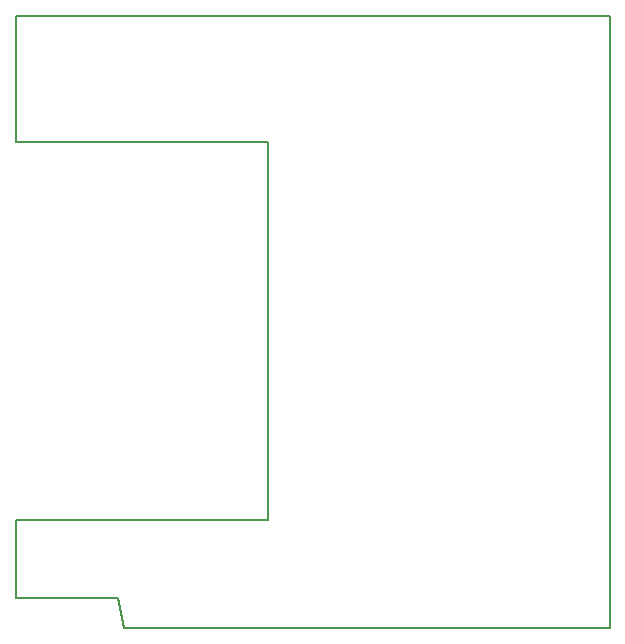
<source format=gm1>
G04 #@! TF.FileFunction,Profile,NP*
%FSLAX46Y46*%
G04 Gerber Fmt 4.6, Leading zero omitted, Abs format (unit mm)*
G04 Created by KiCad (PCBNEW 4.0.2-stable) date Saturday, September 10, 2016 'AMt' 11:06:01 AM*
%MOMM*%
G01*
G04 APERTURE LIST*
%ADD10C,0.100000*%
%ADD11C,0.150000*%
G04 APERTURE END LIST*
D10*
D11*
X121412000Y-78232000D02*
X121412000Y-88900000D01*
X171700000Y-78232000D02*
X121412000Y-78232000D01*
X171704000Y-130048000D02*
X171704000Y-78232000D01*
X130556000Y-130048000D02*
X171700000Y-130048000D01*
X130048000Y-127508000D02*
X130556000Y-130048000D01*
X121412000Y-127508000D02*
X130048000Y-127508000D01*
X121412000Y-120904000D02*
X121412000Y-127508000D01*
X142748000Y-120904000D02*
X121412000Y-120904000D01*
X142748000Y-88900000D02*
X142748000Y-120904000D01*
X121412000Y-88900000D02*
X142748000Y-88900000D01*
M02*

</source>
